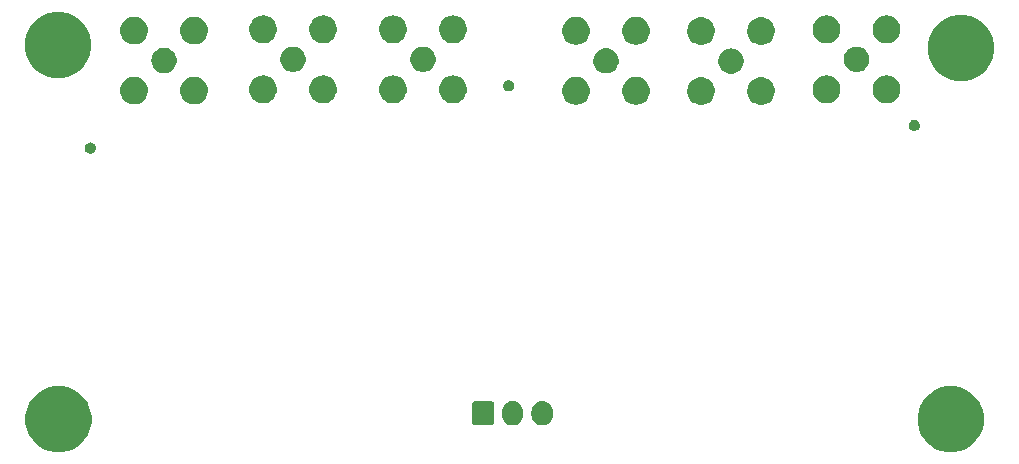
<source format=gbr>
G04 #@! TF.GenerationSoftware,KiCad,Pcbnew,(5.1.2)-2*
G04 #@! TF.CreationDate,2019-07-08T22:36:46+08:00*
G04 #@! TF.ProjectId,General Purpose Op Amp Eval-Board,47656e65-7261-46c2-9050-7572706f7365,rev?*
G04 #@! TF.SameCoordinates,Original*
G04 #@! TF.FileFunction,Soldermask,Bot*
G04 #@! TF.FilePolarity,Negative*
%FSLAX46Y46*%
G04 Gerber Fmt 4.6, Leading zero omitted, Abs format (unit mm)*
G04 Created by KiCad (PCBNEW (5.1.2)-2) date 2019-07-08 22:36:46*
%MOMM*%
%LPD*%
G04 APERTURE LIST*
%ADD10C,0.100000*%
G04 APERTURE END LIST*
D10*
G36*
X171606621Y-120496640D02*
G01*
X172116369Y-120707785D01*
X172116371Y-120707786D01*
X172575134Y-121014321D01*
X172965279Y-121404466D01*
X173255560Y-121838903D01*
X173271815Y-121863231D01*
X173482960Y-122372979D01*
X173590600Y-122914124D01*
X173590600Y-123465876D01*
X173482960Y-124007021D01*
X173271815Y-124516769D01*
X173271814Y-124516771D01*
X172965279Y-124975534D01*
X172575134Y-125365679D01*
X172116371Y-125672214D01*
X172116370Y-125672215D01*
X172116369Y-125672215D01*
X171606621Y-125883360D01*
X171065476Y-125991000D01*
X170513724Y-125991000D01*
X169972579Y-125883360D01*
X169462831Y-125672215D01*
X169462830Y-125672215D01*
X169462829Y-125672214D01*
X169004066Y-125365679D01*
X168613921Y-124975534D01*
X168307386Y-124516771D01*
X168307385Y-124516769D01*
X168096240Y-124007021D01*
X167988600Y-123465876D01*
X167988600Y-122914124D01*
X168096240Y-122372979D01*
X168307385Y-121863231D01*
X168323640Y-121838903D01*
X168613921Y-121404466D01*
X169004066Y-121014321D01*
X169462829Y-120707786D01*
X169462831Y-120707785D01*
X169972579Y-120496640D01*
X170513724Y-120389000D01*
X171065476Y-120389000D01*
X171606621Y-120496640D01*
X171606621Y-120496640D01*
G37*
G36*
X96067021Y-120496640D02*
G01*
X96576769Y-120707785D01*
X96576771Y-120707786D01*
X97035534Y-121014321D01*
X97425679Y-121404466D01*
X97715960Y-121838903D01*
X97732215Y-121863231D01*
X97943360Y-122372979D01*
X98051000Y-122914124D01*
X98051000Y-123465876D01*
X97943360Y-124007021D01*
X97732215Y-124516769D01*
X97732214Y-124516771D01*
X97425679Y-124975534D01*
X97035534Y-125365679D01*
X96576771Y-125672214D01*
X96576770Y-125672215D01*
X96576769Y-125672215D01*
X96067021Y-125883360D01*
X95525876Y-125991000D01*
X94974124Y-125991000D01*
X94432979Y-125883360D01*
X93923231Y-125672215D01*
X93923230Y-125672215D01*
X93923229Y-125672214D01*
X93464466Y-125365679D01*
X93074321Y-124975534D01*
X92767786Y-124516771D01*
X92767785Y-124516769D01*
X92556640Y-124007021D01*
X92449000Y-123465876D01*
X92449000Y-122914124D01*
X92556640Y-122372979D01*
X92767785Y-121863231D01*
X92784040Y-121838903D01*
X93074321Y-121404466D01*
X93464466Y-121014321D01*
X93923229Y-120707786D01*
X93923231Y-120707785D01*
X94432979Y-120496640D01*
X94974124Y-120389000D01*
X95525876Y-120389000D01*
X96067021Y-120496640D01*
X96067021Y-120496640D01*
G37*
G36*
X133867626Y-121669037D02*
G01*
X134037465Y-121720557D01*
X134037467Y-121720558D01*
X134193989Y-121804221D01*
X134331186Y-121916814D01*
X134414448Y-122018271D01*
X134443778Y-122054009D01*
X134527443Y-122210534D01*
X134578963Y-122380373D01*
X134592000Y-122512742D01*
X134592000Y-122851257D01*
X134578963Y-122983626D01*
X134527443Y-123153466D01*
X134443778Y-123309991D01*
X134414448Y-123345729D01*
X134331186Y-123447186D01*
X134236250Y-123525097D01*
X134193991Y-123559778D01*
X134037466Y-123643443D01*
X133867627Y-123694963D01*
X133691000Y-123712359D01*
X133514374Y-123694963D01*
X133344535Y-123643443D01*
X133188010Y-123559778D01*
X133050815Y-123447185D01*
X132938222Y-123309991D01*
X132854557Y-123153466D01*
X132803037Y-122983627D01*
X132790000Y-122851258D01*
X132790000Y-122512743D01*
X132803037Y-122380374D01*
X132854557Y-122210535D01*
X132938222Y-122054010D01*
X132938223Y-122054009D01*
X133050814Y-121916814D01*
X133152271Y-121833552D01*
X133188009Y-121804222D01*
X133344534Y-121720557D01*
X133514373Y-121669037D01*
X133691000Y-121651641D01*
X133867626Y-121669037D01*
X133867626Y-121669037D01*
G37*
G36*
X136367626Y-121669037D02*
G01*
X136537465Y-121720557D01*
X136537467Y-121720558D01*
X136693989Y-121804221D01*
X136831186Y-121916814D01*
X136914448Y-122018271D01*
X136943778Y-122054009D01*
X137027443Y-122210534D01*
X137078963Y-122380373D01*
X137092000Y-122512742D01*
X137092000Y-122851257D01*
X137078963Y-122983626D01*
X137027443Y-123153466D01*
X136943778Y-123309991D01*
X136914448Y-123345729D01*
X136831186Y-123447186D01*
X136736250Y-123525097D01*
X136693991Y-123559778D01*
X136537466Y-123643443D01*
X136367627Y-123694963D01*
X136191000Y-123712359D01*
X136014374Y-123694963D01*
X135844535Y-123643443D01*
X135688010Y-123559778D01*
X135550815Y-123447185D01*
X135438222Y-123309991D01*
X135354557Y-123153466D01*
X135303037Y-122983627D01*
X135290000Y-122851258D01*
X135290000Y-122512743D01*
X135303037Y-122380374D01*
X135354557Y-122210535D01*
X135438222Y-122054010D01*
X135438223Y-122054009D01*
X135550814Y-121916814D01*
X135652271Y-121833552D01*
X135688009Y-121804222D01*
X135844534Y-121720557D01*
X136014373Y-121669037D01*
X136191000Y-121651641D01*
X136367626Y-121669037D01*
X136367626Y-121669037D01*
G37*
G36*
X131949600Y-121659989D02*
G01*
X131982652Y-121670015D01*
X132013103Y-121686292D01*
X132039799Y-121708201D01*
X132061708Y-121734897D01*
X132077985Y-121765348D01*
X132088011Y-121798400D01*
X132092000Y-121838903D01*
X132092000Y-123525097D01*
X132088011Y-123565600D01*
X132077985Y-123598652D01*
X132061708Y-123629103D01*
X132039799Y-123655799D01*
X132013103Y-123677708D01*
X131982652Y-123693985D01*
X131949600Y-123704011D01*
X131909097Y-123708000D01*
X130472903Y-123708000D01*
X130432400Y-123704011D01*
X130399348Y-123693985D01*
X130368897Y-123677708D01*
X130342201Y-123655799D01*
X130320292Y-123629103D01*
X130304015Y-123598652D01*
X130293989Y-123565600D01*
X130290000Y-123525097D01*
X130290000Y-121838903D01*
X130293989Y-121798400D01*
X130304015Y-121765348D01*
X130320292Y-121734897D01*
X130342201Y-121708201D01*
X130368897Y-121686292D01*
X130399348Y-121670015D01*
X130432400Y-121659989D01*
X130472903Y-121656000D01*
X131909097Y-121656000D01*
X131949600Y-121659989D01*
X131949600Y-121659989D01*
G37*
G36*
X98081243Y-99770692D02*
G01*
X98131988Y-99791711D01*
X98167870Y-99806574D01*
X98245832Y-99858667D01*
X98312133Y-99924968D01*
X98364226Y-100002930D01*
X98364226Y-100002931D01*
X98400108Y-100089557D01*
X98418400Y-100181517D01*
X98418400Y-100275283D01*
X98400108Y-100367243D01*
X98379089Y-100417988D01*
X98364226Y-100453870D01*
X98312133Y-100531832D01*
X98245832Y-100598133D01*
X98167870Y-100650226D01*
X98131988Y-100665089D01*
X98081243Y-100686108D01*
X97989283Y-100704400D01*
X97895517Y-100704400D01*
X97803557Y-100686108D01*
X97752812Y-100665089D01*
X97716930Y-100650226D01*
X97638968Y-100598133D01*
X97572667Y-100531832D01*
X97520574Y-100453870D01*
X97505711Y-100417988D01*
X97484692Y-100367243D01*
X97466400Y-100275283D01*
X97466400Y-100181517D01*
X97484692Y-100089557D01*
X97520574Y-100002931D01*
X97520574Y-100002930D01*
X97572667Y-99924968D01*
X97638968Y-99858667D01*
X97716930Y-99806574D01*
X97752812Y-99791711D01*
X97803557Y-99770692D01*
X97895517Y-99752400D01*
X97989283Y-99752400D01*
X98081243Y-99770692D01*
X98081243Y-99770692D01*
G37*
G36*
X167829643Y-97840292D02*
G01*
X167880388Y-97861311D01*
X167916270Y-97876174D01*
X167994232Y-97928267D01*
X168060533Y-97994568D01*
X168112626Y-98072530D01*
X168112626Y-98072531D01*
X168148508Y-98159157D01*
X168166800Y-98251117D01*
X168166800Y-98344883D01*
X168148508Y-98436843D01*
X168127489Y-98487588D01*
X168112626Y-98523470D01*
X168060533Y-98601432D01*
X167994232Y-98667733D01*
X167916270Y-98719826D01*
X167880388Y-98734689D01*
X167829643Y-98755708D01*
X167737683Y-98774000D01*
X167643917Y-98774000D01*
X167551957Y-98755708D01*
X167501212Y-98734689D01*
X167465330Y-98719826D01*
X167387368Y-98667733D01*
X167321067Y-98601432D01*
X167268974Y-98523470D01*
X167254111Y-98487588D01*
X167233092Y-98436843D01*
X167214800Y-98344883D01*
X167214800Y-98251117D01*
X167233092Y-98159157D01*
X167268974Y-98072531D01*
X167268974Y-98072530D01*
X167321067Y-97994568D01*
X167387368Y-97928267D01*
X167465330Y-97876174D01*
X167501212Y-97861311D01*
X167551957Y-97840292D01*
X167643917Y-97822000D01*
X167737683Y-97822000D01*
X167829643Y-97840292D01*
X167829643Y-97840292D01*
G37*
G36*
X154928360Y-94241464D02*
G01*
X155079827Y-94271593D01*
X155293845Y-94360242D01*
X155293846Y-94360243D01*
X155486454Y-94488939D01*
X155650261Y-94652746D01*
X155736058Y-94781151D01*
X155778958Y-94845355D01*
X155867607Y-95059373D01*
X155882486Y-95134174D01*
X155907748Y-95261173D01*
X155912800Y-95286574D01*
X155912800Y-95518226D01*
X155867607Y-95745427D01*
X155778958Y-95959445D01*
X155778957Y-95959446D01*
X155650261Y-96152054D01*
X155486454Y-96315861D01*
X155389255Y-96380807D01*
X155293845Y-96444558D01*
X155079827Y-96533207D01*
X154928360Y-96563336D01*
X154852627Y-96578400D01*
X154620973Y-96578400D01*
X154545240Y-96563336D01*
X154393773Y-96533207D01*
X154179755Y-96444558D01*
X154084345Y-96380807D01*
X153987146Y-96315861D01*
X153823339Y-96152054D01*
X153694643Y-95959446D01*
X153694642Y-95959445D01*
X153605993Y-95745427D01*
X153560800Y-95518226D01*
X153560800Y-95286574D01*
X153565853Y-95261173D01*
X153591114Y-95134174D01*
X153605993Y-95059373D01*
X153694642Y-94845355D01*
X153737542Y-94781151D01*
X153823339Y-94652746D01*
X153987146Y-94488939D01*
X154179754Y-94360243D01*
X154179755Y-94360242D01*
X154393773Y-94271593D01*
X154545240Y-94241464D01*
X154620973Y-94226400D01*
X154852627Y-94226400D01*
X154928360Y-94241464D01*
X154928360Y-94241464D01*
G37*
G36*
X149848360Y-94241464D02*
G01*
X149999827Y-94271593D01*
X150213845Y-94360242D01*
X150213846Y-94360243D01*
X150406454Y-94488939D01*
X150570261Y-94652746D01*
X150656058Y-94781151D01*
X150698958Y-94845355D01*
X150787607Y-95059373D01*
X150802486Y-95134174D01*
X150827748Y-95261173D01*
X150832800Y-95286574D01*
X150832800Y-95518226D01*
X150787607Y-95745427D01*
X150698958Y-95959445D01*
X150698957Y-95959446D01*
X150570261Y-96152054D01*
X150406454Y-96315861D01*
X150309255Y-96380807D01*
X150213845Y-96444558D01*
X149999827Y-96533207D01*
X149848360Y-96563336D01*
X149772627Y-96578400D01*
X149540973Y-96578400D01*
X149465240Y-96563336D01*
X149313773Y-96533207D01*
X149099755Y-96444558D01*
X149004345Y-96380807D01*
X148907146Y-96315861D01*
X148743339Y-96152054D01*
X148614643Y-95959446D01*
X148614642Y-95959445D01*
X148525993Y-95745427D01*
X148480800Y-95518226D01*
X148480800Y-95286574D01*
X148485853Y-95261173D01*
X148511114Y-95134174D01*
X148525993Y-95059373D01*
X148614642Y-94845355D01*
X148657542Y-94781151D01*
X148743339Y-94652746D01*
X148907146Y-94488939D01*
X149099754Y-94360243D01*
X149099755Y-94360242D01*
X149313773Y-94271593D01*
X149465240Y-94241464D01*
X149540973Y-94226400D01*
X149772627Y-94226400D01*
X149848360Y-94241464D01*
X149848360Y-94241464D01*
G37*
G36*
X139256560Y-94216064D02*
G01*
X139408027Y-94246193D01*
X139622045Y-94334842D01*
X139660060Y-94360243D01*
X139814654Y-94463539D01*
X139978461Y-94627346D01*
X140022299Y-94692955D01*
X140107158Y-94819955D01*
X140195807Y-95033973D01*
X140215738Y-95134173D01*
X140241000Y-95261173D01*
X140241000Y-95492827D01*
X140225936Y-95568560D01*
X140195807Y-95720027D01*
X140107158Y-95934045D01*
X140064258Y-95998249D01*
X139978461Y-96126654D01*
X139814654Y-96290461D01*
X139686249Y-96376258D01*
X139622045Y-96419158D01*
X139408027Y-96507807D01*
X139280332Y-96533207D01*
X139180827Y-96553000D01*
X138949173Y-96553000D01*
X138849668Y-96533207D01*
X138721973Y-96507807D01*
X138507955Y-96419158D01*
X138443751Y-96376258D01*
X138315346Y-96290461D01*
X138151539Y-96126654D01*
X138065742Y-95998249D01*
X138022842Y-95934045D01*
X137934193Y-95720027D01*
X137904064Y-95568560D01*
X137889000Y-95492827D01*
X137889000Y-95261173D01*
X137914262Y-95134173D01*
X137934193Y-95033973D01*
X138022842Y-94819955D01*
X138107701Y-94692955D01*
X138151539Y-94627346D01*
X138315346Y-94463539D01*
X138469940Y-94360243D01*
X138507955Y-94334842D01*
X138721973Y-94246193D01*
X138873440Y-94216064D01*
X138949173Y-94201000D01*
X139180827Y-94201000D01*
X139256560Y-94216064D01*
X139256560Y-94216064D01*
G37*
G36*
X144336560Y-94216064D02*
G01*
X144488027Y-94246193D01*
X144702045Y-94334842D01*
X144740060Y-94360243D01*
X144894654Y-94463539D01*
X145058461Y-94627346D01*
X145102299Y-94692955D01*
X145187158Y-94819955D01*
X145275807Y-95033973D01*
X145295738Y-95134173D01*
X145321000Y-95261173D01*
X145321000Y-95492827D01*
X145305936Y-95568560D01*
X145275807Y-95720027D01*
X145187158Y-95934045D01*
X145144258Y-95998249D01*
X145058461Y-96126654D01*
X144894654Y-96290461D01*
X144766249Y-96376258D01*
X144702045Y-96419158D01*
X144488027Y-96507807D01*
X144360332Y-96533207D01*
X144260827Y-96553000D01*
X144029173Y-96553000D01*
X143929668Y-96533207D01*
X143801973Y-96507807D01*
X143587955Y-96419158D01*
X143523751Y-96376258D01*
X143395346Y-96290461D01*
X143231539Y-96126654D01*
X143145742Y-95998249D01*
X143102842Y-95934045D01*
X143014193Y-95720027D01*
X142984064Y-95568560D01*
X142969000Y-95492827D01*
X142969000Y-95261173D01*
X142994262Y-95134173D01*
X143014193Y-95033973D01*
X143102842Y-94819955D01*
X143187701Y-94692955D01*
X143231539Y-94627346D01*
X143395346Y-94463539D01*
X143549940Y-94360243D01*
X143587955Y-94334842D01*
X143801973Y-94246193D01*
X143953440Y-94216064D01*
X144029173Y-94201000D01*
X144260827Y-94201000D01*
X144336560Y-94216064D01*
X144336560Y-94216064D01*
G37*
G36*
X106922360Y-94190664D02*
G01*
X107073827Y-94220793D01*
X107287845Y-94309442D01*
X107325860Y-94334843D01*
X107480454Y-94438139D01*
X107644261Y-94601946D01*
X107670869Y-94641768D01*
X107772958Y-94794555D01*
X107861607Y-95008573D01*
X107891736Y-95160040D01*
X107906800Y-95235773D01*
X107906800Y-95467427D01*
X107896695Y-95518226D01*
X107861607Y-95694627D01*
X107772958Y-95908645D01*
X107739014Y-95959445D01*
X107644261Y-96101254D01*
X107480454Y-96265061D01*
X107439900Y-96292158D01*
X107287845Y-96393758D01*
X107073827Y-96482407D01*
X106946132Y-96507807D01*
X106846627Y-96527600D01*
X106614973Y-96527600D01*
X106515468Y-96507807D01*
X106387773Y-96482407D01*
X106173755Y-96393758D01*
X106021700Y-96292158D01*
X105981146Y-96265061D01*
X105817339Y-96101254D01*
X105722586Y-95959445D01*
X105688642Y-95908645D01*
X105599993Y-95694627D01*
X105564905Y-95518226D01*
X105554800Y-95467427D01*
X105554800Y-95235773D01*
X105569864Y-95160040D01*
X105599993Y-95008573D01*
X105688642Y-94794555D01*
X105790731Y-94641768D01*
X105817339Y-94601946D01*
X105981146Y-94438139D01*
X106135740Y-94334843D01*
X106173755Y-94309442D01*
X106387773Y-94220793D01*
X106539240Y-94190664D01*
X106614973Y-94175600D01*
X106846627Y-94175600D01*
X106922360Y-94190664D01*
X106922360Y-94190664D01*
G37*
G36*
X101842360Y-94190664D02*
G01*
X101993827Y-94220793D01*
X102207845Y-94309442D01*
X102245860Y-94334843D01*
X102400454Y-94438139D01*
X102564261Y-94601946D01*
X102590869Y-94641768D01*
X102692958Y-94794555D01*
X102781607Y-95008573D01*
X102811736Y-95160040D01*
X102826800Y-95235773D01*
X102826800Y-95467427D01*
X102816695Y-95518226D01*
X102781607Y-95694627D01*
X102692958Y-95908645D01*
X102659014Y-95959445D01*
X102564261Y-96101254D01*
X102400454Y-96265061D01*
X102359900Y-96292158D01*
X102207845Y-96393758D01*
X101993827Y-96482407D01*
X101866132Y-96507807D01*
X101766627Y-96527600D01*
X101534973Y-96527600D01*
X101435468Y-96507807D01*
X101307773Y-96482407D01*
X101093755Y-96393758D01*
X100941700Y-96292158D01*
X100901146Y-96265061D01*
X100737339Y-96101254D01*
X100642586Y-95959445D01*
X100608642Y-95908645D01*
X100519993Y-95694627D01*
X100484905Y-95518226D01*
X100474800Y-95467427D01*
X100474800Y-95235773D01*
X100489864Y-95160040D01*
X100519993Y-95008573D01*
X100608642Y-94794555D01*
X100710731Y-94641768D01*
X100737339Y-94601946D01*
X100901146Y-94438139D01*
X101055740Y-94334843D01*
X101093755Y-94309442D01*
X101307773Y-94220793D01*
X101459240Y-94190664D01*
X101534973Y-94175600D01*
X101766627Y-94175600D01*
X101842360Y-94190664D01*
X101842360Y-94190664D01*
G37*
G36*
X112764360Y-94089064D02*
G01*
X112915827Y-94119193D01*
X113129845Y-94207842D01*
X113129846Y-94207843D01*
X113322454Y-94336539D01*
X113486261Y-94500346D01*
X113516632Y-94545800D01*
X113614958Y-94692955D01*
X113703607Y-94906973D01*
X113703607Y-94906975D01*
X113748800Y-95134173D01*
X113748800Y-95365827D01*
X113733736Y-95441560D01*
X113703607Y-95593027D01*
X113614958Y-95807045D01*
X113614957Y-95807046D01*
X113486261Y-95999654D01*
X113322454Y-96163461D01*
X113194049Y-96249258D01*
X113129845Y-96292158D01*
X112915827Y-96380807D01*
X112764360Y-96410936D01*
X112688627Y-96426000D01*
X112456973Y-96426000D01*
X112381240Y-96410936D01*
X112229773Y-96380807D01*
X112015755Y-96292158D01*
X111951551Y-96249258D01*
X111823146Y-96163461D01*
X111659339Y-95999654D01*
X111530643Y-95807046D01*
X111530642Y-95807045D01*
X111441993Y-95593027D01*
X111411864Y-95441560D01*
X111396800Y-95365827D01*
X111396800Y-95134173D01*
X111441993Y-94906975D01*
X111441993Y-94906973D01*
X111530642Y-94692955D01*
X111628968Y-94545800D01*
X111659339Y-94500346D01*
X111823146Y-94336539D01*
X112015754Y-94207843D01*
X112015755Y-94207842D01*
X112229773Y-94119193D01*
X112381240Y-94089064D01*
X112456973Y-94074000D01*
X112688627Y-94074000D01*
X112764360Y-94089064D01*
X112764360Y-94089064D01*
G37*
G36*
X165545560Y-94089064D02*
G01*
X165697027Y-94119193D01*
X165911045Y-94207842D01*
X165911046Y-94207843D01*
X166103654Y-94336539D01*
X166267461Y-94500346D01*
X166297832Y-94545800D01*
X166396158Y-94692955D01*
X166484807Y-94906973D01*
X166484807Y-94906975D01*
X166530000Y-95134173D01*
X166530000Y-95365827D01*
X166514936Y-95441560D01*
X166484807Y-95593027D01*
X166396158Y-95807045D01*
X166396157Y-95807046D01*
X166267461Y-95999654D01*
X166103654Y-96163461D01*
X165975249Y-96249258D01*
X165911045Y-96292158D01*
X165697027Y-96380807D01*
X165545560Y-96410936D01*
X165469827Y-96426000D01*
X165238173Y-96426000D01*
X165162440Y-96410936D01*
X165010973Y-96380807D01*
X164796955Y-96292158D01*
X164732751Y-96249258D01*
X164604346Y-96163461D01*
X164440539Y-95999654D01*
X164311843Y-95807046D01*
X164311842Y-95807045D01*
X164223193Y-95593027D01*
X164193064Y-95441560D01*
X164178000Y-95365827D01*
X164178000Y-95134173D01*
X164223193Y-94906975D01*
X164223193Y-94906973D01*
X164311842Y-94692955D01*
X164410168Y-94545800D01*
X164440539Y-94500346D01*
X164604346Y-94336539D01*
X164796954Y-94207843D01*
X164796955Y-94207842D01*
X165010973Y-94119193D01*
X165162440Y-94089064D01*
X165238173Y-94074000D01*
X165469827Y-94074000D01*
X165545560Y-94089064D01*
X165545560Y-94089064D01*
G37*
G36*
X128842560Y-94089064D02*
G01*
X128994027Y-94119193D01*
X129208045Y-94207842D01*
X129208046Y-94207843D01*
X129400654Y-94336539D01*
X129564461Y-94500346D01*
X129594832Y-94545800D01*
X129693158Y-94692955D01*
X129781807Y-94906973D01*
X129781807Y-94906975D01*
X129827000Y-95134173D01*
X129827000Y-95365827D01*
X129811936Y-95441560D01*
X129781807Y-95593027D01*
X129693158Y-95807045D01*
X129693157Y-95807046D01*
X129564461Y-95999654D01*
X129400654Y-96163461D01*
X129272249Y-96249258D01*
X129208045Y-96292158D01*
X128994027Y-96380807D01*
X128842560Y-96410936D01*
X128766827Y-96426000D01*
X128535173Y-96426000D01*
X128459440Y-96410936D01*
X128307973Y-96380807D01*
X128093955Y-96292158D01*
X128029751Y-96249258D01*
X127901346Y-96163461D01*
X127737539Y-95999654D01*
X127608843Y-95807046D01*
X127608842Y-95807045D01*
X127520193Y-95593027D01*
X127490064Y-95441560D01*
X127475000Y-95365827D01*
X127475000Y-95134173D01*
X127520193Y-94906975D01*
X127520193Y-94906973D01*
X127608842Y-94692955D01*
X127707168Y-94545800D01*
X127737539Y-94500346D01*
X127901346Y-94336539D01*
X128093954Y-94207843D01*
X128093955Y-94207842D01*
X128307973Y-94119193D01*
X128459440Y-94089064D01*
X128535173Y-94074000D01*
X128766827Y-94074000D01*
X128842560Y-94089064D01*
X128842560Y-94089064D01*
G37*
G36*
X123762560Y-94089064D02*
G01*
X123914027Y-94119193D01*
X124128045Y-94207842D01*
X124128046Y-94207843D01*
X124320654Y-94336539D01*
X124484461Y-94500346D01*
X124514832Y-94545800D01*
X124613158Y-94692955D01*
X124701807Y-94906973D01*
X124701807Y-94906975D01*
X124747000Y-95134173D01*
X124747000Y-95365827D01*
X124731936Y-95441560D01*
X124701807Y-95593027D01*
X124613158Y-95807045D01*
X124613157Y-95807046D01*
X124484461Y-95999654D01*
X124320654Y-96163461D01*
X124192249Y-96249258D01*
X124128045Y-96292158D01*
X123914027Y-96380807D01*
X123762560Y-96410936D01*
X123686827Y-96426000D01*
X123455173Y-96426000D01*
X123379440Y-96410936D01*
X123227973Y-96380807D01*
X123013955Y-96292158D01*
X122949751Y-96249258D01*
X122821346Y-96163461D01*
X122657539Y-95999654D01*
X122528843Y-95807046D01*
X122528842Y-95807045D01*
X122440193Y-95593027D01*
X122410064Y-95441560D01*
X122395000Y-95365827D01*
X122395000Y-95134173D01*
X122440193Y-94906975D01*
X122440193Y-94906973D01*
X122528842Y-94692955D01*
X122627168Y-94545800D01*
X122657539Y-94500346D01*
X122821346Y-94336539D01*
X123013954Y-94207843D01*
X123013955Y-94207842D01*
X123227973Y-94119193D01*
X123379440Y-94089064D01*
X123455173Y-94074000D01*
X123686827Y-94074000D01*
X123762560Y-94089064D01*
X123762560Y-94089064D01*
G37*
G36*
X160465560Y-94089064D02*
G01*
X160617027Y-94119193D01*
X160831045Y-94207842D01*
X160831046Y-94207843D01*
X161023654Y-94336539D01*
X161187461Y-94500346D01*
X161217832Y-94545800D01*
X161316158Y-94692955D01*
X161404807Y-94906973D01*
X161404807Y-94906975D01*
X161450000Y-95134173D01*
X161450000Y-95365827D01*
X161434936Y-95441560D01*
X161404807Y-95593027D01*
X161316158Y-95807045D01*
X161316157Y-95807046D01*
X161187461Y-95999654D01*
X161023654Y-96163461D01*
X160895249Y-96249258D01*
X160831045Y-96292158D01*
X160617027Y-96380807D01*
X160465560Y-96410936D01*
X160389827Y-96426000D01*
X160158173Y-96426000D01*
X160082440Y-96410936D01*
X159930973Y-96380807D01*
X159716955Y-96292158D01*
X159652751Y-96249258D01*
X159524346Y-96163461D01*
X159360539Y-95999654D01*
X159231843Y-95807046D01*
X159231842Y-95807045D01*
X159143193Y-95593027D01*
X159113064Y-95441560D01*
X159098000Y-95365827D01*
X159098000Y-95134173D01*
X159143193Y-94906975D01*
X159143193Y-94906973D01*
X159231842Y-94692955D01*
X159330168Y-94545800D01*
X159360539Y-94500346D01*
X159524346Y-94336539D01*
X159716954Y-94207843D01*
X159716955Y-94207842D01*
X159930973Y-94119193D01*
X160082440Y-94089064D01*
X160158173Y-94074000D01*
X160389827Y-94074000D01*
X160465560Y-94089064D01*
X160465560Y-94089064D01*
G37*
G36*
X117844360Y-94089064D02*
G01*
X117995827Y-94119193D01*
X118209845Y-94207842D01*
X118209846Y-94207843D01*
X118402454Y-94336539D01*
X118566261Y-94500346D01*
X118596632Y-94545800D01*
X118694958Y-94692955D01*
X118783607Y-94906973D01*
X118783607Y-94906975D01*
X118828800Y-95134173D01*
X118828800Y-95365827D01*
X118813736Y-95441560D01*
X118783607Y-95593027D01*
X118694958Y-95807045D01*
X118694957Y-95807046D01*
X118566261Y-95999654D01*
X118402454Y-96163461D01*
X118274049Y-96249258D01*
X118209845Y-96292158D01*
X117995827Y-96380807D01*
X117844360Y-96410936D01*
X117768627Y-96426000D01*
X117536973Y-96426000D01*
X117461240Y-96410936D01*
X117309773Y-96380807D01*
X117095755Y-96292158D01*
X117031551Y-96249258D01*
X116903146Y-96163461D01*
X116739339Y-95999654D01*
X116610643Y-95807046D01*
X116610642Y-95807045D01*
X116521993Y-95593027D01*
X116491864Y-95441560D01*
X116476800Y-95365827D01*
X116476800Y-95134173D01*
X116521993Y-94906975D01*
X116521993Y-94906973D01*
X116610642Y-94692955D01*
X116708968Y-94545800D01*
X116739339Y-94500346D01*
X116903146Y-94336539D01*
X117095754Y-94207843D01*
X117095755Y-94207842D01*
X117309773Y-94119193D01*
X117461240Y-94089064D01*
X117536973Y-94074000D01*
X117768627Y-94074000D01*
X117844360Y-94089064D01*
X117844360Y-94089064D01*
G37*
G36*
X133488843Y-94487492D02*
G01*
X133539588Y-94508511D01*
X133575470Y-94523374D01*
X133653432Y-94575467D01*
X133719733Y-94641768D01*
X133771826Y-94719730D01*
X133771826Y-94719731D01*
X133807708Y-94806357D01*
X133826000Y-94898317D01*
X133826000Y-94992083D01*
X133807708Y-95084043D01*
X133786943Y-95134173D01*
X133771826Y-95170670D01*
X133719733Y-95248632D01*
X133653432Y-95314933D01*
X133575470Y-95367026D01*
X133539588Y-95381889D01*
X133488843Y-95402908D01*
X133396883Y-95421200D01*
X133303117Y-95421200D01*
X133211157Y-95402908D01*
X133160412Y-95381889D01*
X133124530Y-95367026D01*
X133046568Y-95314933D01*
X132980267Y-95248632D01*
X132928174Y-95170670D01*
X132913057Y-95134173D01*
X132892292Y-95084043D01*
X132874000Y-94992083D01*
X132874000Y-94898317D01*
X132892292Y-94806357D01*
X132928174Y-94719731D01*
X132928174Y-94719730D01*
X132980267Y-94641768D01*
X133046568Y-94575467D01*
X133124530Y-94523374D01*
X133160412Y-94508511D01*
X133211157Y-94487492D01*
X133303117Y-94469200D01*
X133396883Y-94469200D01*
X133488843Y-94487492D01*
X133488843Y-94487492D01*
G37*
G36*
X172470221Y-89051440D02*
G01*
X172979969Y-89262585D01*
X172979971Y-89262586D01*
X173438734Y-89569121D01*
X173828879Y-89959266D01*
X174114966Y-90387427D01*
X174135415Y-90418031D01*
X174346560Y-90927779D01*
X174454200Y-91468924D01*
X174454200Y-92020676D01*
X174346560Y-92561821D01*
X174135415Y-93071569D01*
X174135414Y-93071571D01*
X173828879Y-93530334D01*
X173438734Y-93920479D01*
X172979971Y-94227014D01*
X172979970Y-94227015D01*
X172979969Y-94227015D01*
X172470221Y-94438160D01*
X171929076Y-94545800D01*
X171377324Y-94545800D01*
X170836179Y-94438160D01*
X170326431Y-94227015D01*
X170326430Y-94227015D01*
X170326429Y-94227014D01*
X169867666Y-93920479D01*
X169477521Y-93530334D01*
X169170986Y-93071571D01*
X169170985Y-93071569D01*
X168959840Y-92561821D01*
X168852200Y-92020676D01*
X168852200Y-91468924D01*
X168959840Y-90927779D01*
X169170985Y-90418031D01*
X169191434Y-90387427D01*
X169477521Y-89959266D01*
X169867666Y-89569121D01*
X170326429Y-89262586D01*
X170326431Y-89262585D01*
X170836179Y-89051440D01*
X171377324Y-88943800D01*
X171929076Y-88943800D01*
X172470221Y-89051440D01*
X172470221Y-89051440D01*
G37*
G36*
X96016221Y-88797440D02*
G01*
X96525969Y-89008585D01*
X96525971Y-89008586D01*
X96984734Y-89315121D01*
X97374879Y-89705266D01*
X97675898Y-90155774D01*
X97681415Y-90164031D01*
X97892560Y-90673779D01*
X98000200Y-91214924D01*
X98000200Y-91766676D01*
X97892560Y-92307821D01*
X97682074Y-92815977D01*
X97681414Y-92817571D01*
X97374879Y-93276334D01*
X96984734Y-93666479D01*
X96525971Y-93973014D01*
X96525970Y-93973015D01*
X96525969Y-93973015D01*
X96016221Y-94184160D01*
X95475076Y-94291800D01*
X94923324Y-94291800D01*
X94382179Y-94184160D01*
X93872431Y-93973015D01*
X93872430Y-93973015D01*
X93872429Y-93973014D01*
X93413666Y-93666479D01*
X93023521Y-93276334D01*
X92716986Y-92817571D01*
X92716326Y-92815977D01*
X92505840Y-92307821D01*
X92398200Y-91766676D01*
X92398200Y-91214924D01*
X92505840Y-90673779D01*
X92716985Y-90164031D01*
X92722502Y-90155774D01*
X93023521Y-89705266D01*
X93413666Y-89315121D01*
X93872429Y-89008586D01*
X93872431Y-89008585D01*
X94382179Y-88797440D01*
X94923324Y-88689800D01*
X95475076Y-88689800D01*
X96016221Y-88797440D01*
X96016221Y-88797440D01*
G37*
G36*
X152372071Y-91800183D02*
G01*
X152510658Y-91827750D01*
X152706477Y-91908861D01*
X152882710Y-92026616D01*
X153032584Y-92176490D01*
X153150339Y-92352723D01*
X153231450Y-92548542D01*
X153242486Y-92604023D01*
X153267748Y-92731022D01*
X153272800Y-92756423D01*
X153272800Y-92968377D01*
X153231450Y-93176258D01*
X153150339Y-93372077D01*
X153032584Y-93548310D01*
X152882710Y-93698184D01*
X152706477Y-93815939D01*
X152510658Y-93897050D01*
X152392872Y-93920479D01*
X152302778Y-93938400D01*
X152090822Y-93938400D01*
X152000728Y-93920479D01*
X151882942Y-93897050D01*
X151687123Y-93815939D01*
X151510890Y-93698184D01*
X151361016Y-93548310D01*
X151243261Y-93372077D01*
X151162150Y-93176258D01*
X151120800Y-92968377D01*
X151120800Y-92756423D01*
X151125853Y-92731022D01*
X151151114Y-92604023D01*
X151162150Y-92548542D01*
X151243261Y-92352723D01*
X151361016Y-92176490D01*
X151510890Y-92026616D01*
X151687123Y-91908861D01*
X151882942Y-91827750D01*
X152021529Y-91800183D01*
X152090822Y-91786400D01*
X152302778Y-91786400D01*
X152372071Y-91800183D01*
X152372071Y-91800183D01*
G37*
G36*
X141780271Y-91774783D02*
G01*
X141918858Y-91802350D01*
X142114677Y-91883461D01*
X142290910Y-92001216D01*
X142440784Y-92151090D01*
X142558539Y-92327323D01*
X142639650Y-92523142D01*
X142647344Y-92561822D01*
X142681000Y-92731022D01*
X142681000Y-92942978D01*
X142667217Y-93012271D01*
X142639650Y-93150858D01*
X142558539Y-93346677D01*
X142440784Y-93522910D01*
X142290910Y-93672784D01*
X142114677Y-93790539D01*
X141918858Y-93871650D01*
X141791163Y-93897050D01*
X141710978Y-93913000D01*
X141499022Y-93913000D01*
X141418837Y-93897050D01*
X141291142Y-93871650D01*
X141095323Y-93790539D01*
X140919090Y-93672784D01*
X140769216Y-93522910D01*
X140651461Y-93346677D01*
X140570350Y-93150858D01*
X140542783Y-93012271D01*
X140529000Y-92942978D01*
X140529000Y-92731022D01*
X140562656Y-92561822D01*
X140570350Y-92523142D01*
X140651461Y-92327323D01*
X140769216Y-92151090D01*
X140919090Y-92001216D01*
X141095323Y-91883461D01*
X141291142Y-91802350D01*
X141429729Y-91774783D01*
X141499022Y-91761000D01*
X141710978Y-91761000D01*
X141780271Y-91774783D01*
X141780271Y-91774783D01*
G37*
G36*
X104366071Y-91749383D02*
G01*
X104504658Y-91776950D01*
X104700477Y-91858061D01*
X104876710Y-91975816D01*
X105026584Y-92125690D01*
X105144339Y-92301923D01*
X105225450Y-92497742D01*
X105253017Y-92636329D01*
X105266800Y-92705622D01*
X105266800Y-92917578D01*
X105256695Y-92968377D01*
X105225450Y-93125458D01*
X105144339Y-93321277D01*
X105026584Y-93497510D01*
X104876710Y-93647384D01*
X104700477Y-93765139D01*
X104504658Y-93846250D01*
X104376963Y-93871650D01*
X104296778Y-93887600D01*
X104084822Y-93887600D01*
X104004637Y-93871650D01*
X103876942Y-93846250D01*
X103681123Y-93765139D01*
X103504890Y-93647384D01*
X103355016Y-93497510D01*
X103237261Y-93321277D01*
X103156150Y-93125458D01*
X103124905Y-92968377D01*
X103114800Y-92917578D01*
X103114800Y-92705622D01*
X103128583Y-92636329D01*
X103156150Y-92497742D01*
X103237261Y-92301923D01*
X103355016Y-92125690D01*
X103504890Y-91975816D01*
X103681123Y-91858061D01*
X103876942Y-91776950D01*
X104015529Y-91749383D01*
X104084822Y-91735600D01*
X104296778Y-91735600D01*
X104366071Y-91749383D01*
X104366071Y-91749383D01*
G37*
G36*
X126286271Y-91647783D02*
G01*
X126424858Y-91675350D01*
X126620677Y-91756461D01*
X126796910Y-91874216D01*
X126946784Y-92024090D01*
X127064539Y-92200323D01*
X127145650Y-92396142D01*
X127145650Y-92396144D01*
X127187000Y-92604022D01*
X127187000Y-92815978D01*
X127186683Y-92817571D01*
X127145650Y-93023858D01*
X127064539Y-93219677D01*
X126946784Y-93395910D01*
X126796910Y-93545784D01*
X126620677Y-93663539D01*
X126424858Y-93744650D01*
X126286271Y-93772217D01*
X126216978Y-93786000D01*
X126005022Y-93786000D01*
X125935729Y-93772217D01*
X125797142Y-93744650D01*
X125601323Y-93663539D01*
X125425090Y-93545784D01*
X125275216Y-93395910D01*
X125157461Y-93219677D01*
X125076350Y-93023858D01*
X125035317Y-92817571D01*
X125035000Y-92815978D01*
X125035000Y-92604022D01*
X125076350Y-92396144D01*
X125076350Y-92396142D01*
X125157461Y-92200323D01*
X125275216Y-92024090D01*
X125425090Y-91874216D01*
X125601323Y-91756461D01*
X125797142Y-91675350D01*
X125935729Y-91647783D01*
X126005022Y-91634000D01*
X126216978Y-91634000D01*
X126286271Y-91647783D01*
X126286271Y-91647783D01*
G37*
G36*
X162989271Y-91647783D02*
G01*
X163127858Y-91675350D01*
X163323677Y-91756461D01*
X163499910Y-91874216D01*
X163649784Y-92024090D01*
X163767539Y-92200323D01*
X163848650Y-92396142D01*
X163848650Y-92396144D01*
X163890000Y-92604022D01*
X163890000Y-92815978D01*
X163889683Y-92817571D01*
X163848650Y-93023858D01*
X163767539Y-93219677D01*
X163649784Y-93395910D01*
X163499910Y-93545784D01*
X163323677Y-93663539D01*
X163127858Y-93744650D01*
X162989271Y-93772217D01*
X162919978Y-93786000D01*
X162708022Y-93786000D01*
X162638729Y-93772217D01*
X162500142Y-93744650D01*
X162304323Y-93663539D01*
X162128090Y-93545784D01*
X161978216Y-93395910D01*
X161860461Y-93219677D01*
X161779350Y-93023858D01*
X161738317Y-92817571D01*
X161738000Y-92815978D01*
X161738000Y-92604022D01*
X161779350Y-92396144D01*
X161779350Y-92396142D01*
X161860461Y-92200323D01*
X161978216Y-92024090D01*
X162128090Y-91874216D01*
X162304323Y-91756461D01*
X162500142Y-91675350D01*
X162638729Y-91647783D01*
X162708022Y-91634000D01*
X162919978Y-91634000D01*
X162989271Y-91647783D01*
X162989271Y-91647783D01*
G37*
G36*
X115288071Y-91647783D02*
G01*
X115426658Y-91675350D01*
X115622477Y-91756461D01*
X115798710Y-91874216D01*
X115948584Y-92024090D01*
X116066339Y-92200323D01*
X116147450Y-92396142D01*
X116147450Y-92396144D01*
X116188800Y-92604022D01*
X116188800Y-92815978D01*
X116188483Y-92817571D01*
X116147450Y-93023858D01*
X116066339Y-93219677D01*
X115948584Y-93395910D01*
X115798710Y-93545784D01*
X115622477Y-93663539D01*
X115426658Y-93744650D01*
X115288071Y-93772217D01*
X115218778Y-93786000D01*
X115006822Y-93786000D01*
X114937529Y-93772217D01*
X114798942Y-93744650D01*
X114603123Y-93663539D01*
X114426890Y-93545784D01*
X114277016Y-93395910D01*
X114159261Y-93219677D01*
X114078150Y-93023858D01*
X114037117Y-92817571D01*
X114036800Y-92815978D01*
X114036800Y-92604022D01*
X114078150Y-92396144D01*
X114078150Y-92396142D01*
X114159261Y-92200323D01*
X114277016Y-92024090D01*
X114426890Y-91874216D01*
X114603123Y-91756461D01*
X114798942Y-91675350D01*
X114937529Y-91647783D01*
X115006822Y-91634000D01*
X115218778Y-91634000D01*
X115288071Y-91647783D01*
X115288071Y-91647783D01*
G37*
G36*
X154928360Y-89161464D02*
G01*
X155079827Y-89191593D01*
X155293845Y-89280242D01*
X155293846Y-89280243D01*
X155486454Y-89408939D01*
X155650261Y-89572746D01*
X155736058Y-89701151D01*
X155778958Y-89765355D01*
X155867607Y-89979373D01*
X155882486Y-90054174D01*
X155907748Y-90181173D01*
X155912800Y-90206574D01*
X155912800Y-90438226D01*
X155867607Y-90665427D01*
X155778958Y-90879445D01*
X155778957Y-90879446D01*
X155650261Y-91072054D01*
X155486454Y-91235861D01*
X155389255Y-91300807D01*
X155293845Y-91364558D01*
X155079827Y-91453207D01*
X154928360Y-91483336D01*
X154852627Y-91498400D01*
X154620973Y-91498400D01*
X154545240Y-91483336D01*
X154393773Y-91453207D01*
X154179755Y-91364558D01*
X154084345Y-91300807D01*
X153987146Y-91235861D01*
X153823339Y-91072054D01*
X153694643Y-90879446D01*
X153694642Y-90879445D01*
X153605993Y-90665427D01*
X153560800Y-90438226D01*
X153560800Y-90206574D01*
X153565853Y-90181173D01*
X153591114Y-90054174D01*
X153605993Y-89979373D01*
X153694642Y-89765355D01*
X153737542Y-89701151D01*
X153823339Y-89572746D01*
X153987146Y-89408939D01*
X154179754Y-89280243D01*
X154179755Y-89280242D01*
X154393773Y-89191593D01*
X154545240Y-89161464D01*
X154620973Y-89146400D01*
X154852627Y-89146400D01*
X154928360Y-89161464D01*
X154928360Y-89161464D01*
G37*
G36*
X149848360Y-89161464D02*
G01*
X149999827Y-89191593D01*
X150213845Y-89280242D01*
X150213846Y-89280243D01*
X150406454Y-89408939D01*
X150570261Y-89572746D01*
X150656058Y-89701151D01*
X150698958Y-89765355D01*
X150787607Y-89979373D01*
X150802486Y-90054174D01*
X150827748Y-90181173D01*
X150832800Y-90206574D01*
X150832800Y-90438226D01*
X150787607Y-90665427D01*
X150698958Y-90879445D01*
X150698957Y-90879446D01*
X150570261Y-91072054D01*
X150406454Y-91235861D01*
X150309255Y-91300807D01*
X150213845Y-91364558D01*
X149999827Y-91453207D01*
X149848360Y-91483336D01*
X149772627Y-91498400D01*
X149540973Y-91498400D01*
X149465240Y-91483336D01*
X149313773Y-91453207D01*
X149099755Y-91364558D01*
X149004345Y-91300807D01*
X148907146Y-91235861D01*
X148743339Y-91072054D01*
X148614643Y-90879446D01*
X148614642Y-90879445D01*
X148525993Y-90665427D01*
X148480800Y-90438226D01*
X148480800Y-90206574D01*
X148485853Y-90181173D01*
X148511114Y-90054174D01*
X148525993Y-89979373D01*
X148614642Y-89765355D01*
X148657542Y-89701151D01*
X148743339Y-89572746D01*
X148907146Y-89408939D01*
X149099754Y-89280243D01*
X149099755Y-89280242D01*
X149313773Y-89191593D01*
X149465240Y-89161464D01*
X149540973Y-89146400D01*
X149772627Y-89146400D01*
X149848360Y-89161464D01*
X149848360Y-89161464D01*
G37*
G36*
X144336560Y-89136064D02*
G01*
X144488027Y-89166193D01*
X144702045Y-89254842D01*
X144740060Y-89280243D01*
X144894654Y-89383539D01*
X145058461Y-89547346D01*
X145102299Y-89612955D01*
X145187158Y-89739955D01*
X145275807Y-89953973D01*
X145295738Y-90054173D01*
X145321000Y-90181173D01*
X145321000Y-90412827D01*
X145305936Y-90488560D01*
X145275807Y-90640027D01*
X145187158Y-90854045D01*
X145144258Y-90918249D01*
X145058461Y-91046654D01*
X144894654Y-91210461D01*
X144766249Y-91296258D01*
X144702045Y-91339158D01*
X144488027Y-91427807D01*
X144360332Y-91453207D01*
X144260827Y-91473000D01*
X144029173Y-91473000D01*
X143929668Y-91453207D01*
X143801973Y-91427807D01*
X143587955Y-91339158D01*
X143523751Y-91296258D01*
X143395346Y-91210461D01*
X143231539Y-91046654D01*
X143145742Y-90918249D01*
X143102842Y-90854045D01*
X143014193Y-90640027D01*
X142984064Y-90488560D01*
X142969000Y-90412827D01*
X142969000Y-90181173D01*
X142994262Y-90054173D01*
X143014193Y-89953973D01*
X143102842Y-89739955D01*
X143187701Y-89612955D01*
X143231539Y-89547346D01*
X143395346Y-89383539D01*
X143549940Y-89280243D01*
X143587955Y-89254842D01*
X143801973Y-89166193D01*
X143953440Y-89136064D01*
X144029173Y-89121000D01*
X144260827Y-89121000D01*
X144336560Y-89136064D01*
X144336560Y-89136064D01*
G37*
G36*
X139256560Y-89136064D02*
G01*
X139408027Y-89166193D01*
X139622045Y-89254842D01*
X139660060Y-89280243D01*
X139814654Y-89383539D01*
X139978461Y-89547346D01*
X140022299Y-89612955D01*
X140107158Y-89739955D01*
X140195807Y-89953973D01*
X140215738Y-90054173D01*
X140241000Y-90181173D01*
X140241000Y-90412827D01*
X140225936Y-90488560D01*
X140195807Y-90640027D01*
X140107158Y-90854045D01*
X140064258Y-90918249D01*
X139978461Y-91046654D01*
X139814654Y-91210461D01*
X139686249Y-91296258D01*
X139622045Y-91339158D01*
X139408027Y-91427807D01*
X139280332Y-91453207D01*
X139180827Y-91473000D01*
X138949173Y-91473000D01*
X138849668Y-91453207D01*
X138721973Y-91427807D01*
X138507955Y-91339158D01*
X138443751Y-91296258D01*
X138315346Y-91210461D01*
X138151539Y-91046654D01*
X138065742Y-90918249D01*
X138022842Y-90854045D01*
X137934193Y-90640027D01*
X137904064Y-90488560D01*
X137889000Y-90412827D01*
X137889000Y-90181173D01*
X137914262Y-90054173D01*
X137934193Y-89953973D01*
X138022842Y-89739955D01*
X138107701Y-89612955D01*
X138151539Y-89547346D01*
X138315346Y-89383539D01*
X138469940Y-89280243D01*
X138507955Y-89254842D01*
X138721973Y-89166193D01*
X138873440Y-89136064D01*
X138949173Y-89121000D01*
X139180827Y-89121000D01*
X139256560Y-89136064D01*
X139256560Y-89136064D01*
G37*
G36*
X101842360Y-89110664D02*
G01*
X101993827Y-89140793D01*
X102207845Y-89229442D01*
X102245860Y-89254843D01*
X102400454Y-89358139D01*
X102564261Y-89521946D01*
X102595782Y-89569121D01*
X102692958Y-89714555D01*
X102781607Y-89928573D01*
X102811736Y-90080040D01*
X102826800Y-90155773D01*
X102826800Y-90387427D01*
X102820713Y-90418029D01*
X102781607Y-90614627D01*
X102692958Y-90828645D01*
X102659014Y-90879445D01*
X102564261Y-91021254D01*
X102400454Y-91185061D01*
X102324429Y-91235859D01*
X102207845Y-91313758D01*
X101993827Y-91402407D01*
X101866132Y-91427807D01*
X101766627Y-91447600D01*
X101534973Y-91447600D01*
X101435468Y-91427807D01*
X101307773Y-91402407D01*
X101093755Y-91313758D01*
X100977171Y-91235859D01*
X100901146Y-91185061D01*
X100737339Y-91021254D01*
X100642586Y-90879445D01*
X100608642Y-90828645D01*
X100519993Y-90614627D01*
X100480887Y-90418029D01*
X100474800Y-90387427D01*
X100474800Y-90155773D01*
X100489864Y-90080040D01*
X100519993Y-89928573D01*
X100608642Y-89714555D01*
X100705818Y-89569121D01*
X100737339Y-89521946D01*
X100901146Y-89358139D01*
X101055740Y-89254843D01*
X101093755Y-89229442D01*
X101307773Y-89140793D01*
X101459240Y-89110664D01*
X101534973Y-89095600D01*
X101766627Y-89095600D01*
X101842360Y-89110664D01*
X101842360Y-89110664D01*
G37*
G36*
X106922360Y-89110664D02*
G01*
X107073827Y-89140793D01*
X107287845Y-89229442D01*
X107325860Y-89254843D01*
X107480454Y-89358139D01*
X107644261Y-89521946D01*
X107675782Y-89569121D01*
X107772958Y-89714555D01*
X107861607Y-89928573D01*
X107891736Y-90080040D01*
X107906800Y-90155773D01*
X107906800Y-90387427D01*
X107900713Y-90418029D01*
X107861607Y-90614627D01*
X107772958Y-90828645D01*
X107739014Y-90879445D01*
X107644261Y-91021254D01*
X107480454Y-91185061D01*
X107404429Y-91235859D01*
X107287845Y-91313758D01*
X107073827Y-91402407D01*
X106946132Y-91427807D01*
X106846627Y-91447600D01*
X106614973Y-91447600D01*
X106515468Y-91427807D01*
X106387773Y-91402407D01*
X106173755Y-91313758D01*
X106057171Y-91235859D01*
X105981146Y-91185061D01*
X105817339Y-91021254D01*
X105722586Y-90879445D01*
X105688642Y-90828645D01*
X105599993Y-90614627D01*
X105560887Y-90418029D01*
X105554800Y-90387427D01*
X105554800Y-90155773D01*
X105569864Y-90080040D01*
X105599993Y-89928573D01*
X105688642Y-89714555D01*
X105785818Y-89569121D01*
X105817339Y-89521946D01*
X105981146Y-89358139D01*
X106135740Y-89254843D01*
X106173755Y-89229442D01*
X106387773Y-89140793D01*
X106539240Y-89110664D01*
X106614973Y-89095600D01*
X106846627Y-89095600D01*
X106922360Y-89110664D01*
X106922360Y-89110664D01*
G37*
G36*
X128840150Y-89008585D02*
G01*
X128994027Y-89039193D01*
X129208045Y-89127842D01*
X129208046Y-89127843D01*
X129400654Y-89256539D01*
X129564461Y-89420346D01*
X129632346Y-89521944D01*
X129693158Y-89612955D01*
X129781807Y-89826973D01*
X129827000Y-90054174D01*
X129827000Y-90285826D01*
X129781807Y-90513027D01*
X129693158Y-90727045D01*
X129693157Y-90727046D01*
X129564461Y-90919654D01*
X129400654Y-91083461D01*
X129272249Y-91169258D01*
X129208045Y-91212158D01*
X128994027Y-91300807D01*
X128842560Y-91330936D01*
X128766827Y-91346000D01*
X128535173Y-91346000D01*
X128459440Y-91330936D01*
X128307973Y-91300807D01*
X128093955Y-91212158D01*
X128029751Y-91169258D01*
X127901346Y-91083461D01*
X127737539Y-90919654D01*
X127608843Y-90727046D01*
X127608842Y-90727045D01*
X127520193Y-90513027D01*
X127475000Y-90285826D01*
X127475000Y-90054174D01*
X127520193Y-89826973D01*
X127608842Y-89612955D01*
X127669654Y-89521944D01*
X127737539Y-89420346D01*
X127901346Y-89256539D01*
X128093954Y-89127843D01*
X128093955Y-89127842D01*
X128307973Y-89039193D01*
X128461850Y-89008585D01*
X128535173Y-88994000D01*
X128766827Y-88994000D01*
X128840150Y-89008585D01*
X128840150Y-89008585D01*
G37*
G36*
X123760150Y-89008585D02*
G01*
X123914027Y-89039193D01*
X124128045Y-89127842D01*
X124128046Y-89127843D01*
X124320654Y-89256539D01*
X124484461Y-89420346D01*
X124552346Y-89521944D01*
X124613158Y-89612955D01*
X124701807Y-89826973D01*
X124747000Y-90054174D01*
X124747000Y-90285826D01*
X124701807Y-90513027D01*
X124613158Y-90727045D01*
X124613157Y-90727046D01*
X124484461Y-90919654D01*
X124320654Y-91083461D01*
X124192249Y-91169258D01*
X124128045Y-91212158D01*
X123914027Y-91300807D01*
X123762560Y-91330936D01*
X123686827Y-91346000D01*
X123455173Y-91346000D01*
X123379440Y-91330936D01*
X123227973Y-91300807D01*
X123013955Y-91212158D01*
X122949751Y-91169258D01*
X122821346Y-91083461D01*
X122657539Y-90919654D01*
X122528843Y-90727046D01*
X122528842Y-90727045D01*
X122440193Y-90513027D01*
X122395000Y-90285826D01*
X122395000Y-90054174D01*
X122440193Y-89826973D01*
X122528842Y-89612955D01*
X122589654Y-89521944D01*
X122657539Y-89420346D01*
X122821346Y-89256539D01*
X123013954Y-89127843D01*
X123013955Y-89127842D01*
X123227973Y-89039193D01*
X123381850Y-89008585D01*
X123455173Y-88994000D01*
X123686827Y-88994000D01*
X123760150Y-89008585D01*
X123760150Y-89008585D01*
G37*
G36*
X165543150Y-89008585D02*
G01*
X165697027Y-89039193D01*
X165911045Y-89127842D01*
X165911046Y-89127843D01*
X166103654Y-89256539D01*
X166267461Y-89420346D01*
X166335346Y-89521944D01*
X166396158Y-89612955D01*
X166484807Y-89826973D01*
X166530000Y-90054174D01*
X166530000Y-90285826D01*
X166484807Y-90513027D01*
X166396158Y-90727045D01*
X166396157Y-90727046D01*
X166267461Y-90919654D01*
X166103654Y-91083461D01*
X165975249Y-91169258D01*
X165911045Y-91212158D01*
X165697027Y-91300807D01*
X165545560Y-91330936D01*
X165469827Y-91346000D01*
X165238173Y-91346000D01*
X165162440Y-91330936D01*
X165010973Y-91300807D01*
X164796955Y-91212158D01*
X164732751Y-91169258D01*
X164604346Y-91083461D01*
X164440539Y-90919654D01*
X164311843Y-90727046D01*
X164311842Y-90727045D01*
X164223193Y-90513027D01*
X164178000Y-90285826D01*
X164178000Y-90054174D01*
X164223193Y-89826973D01*
X164311842Y-89612955D01*
X164372654Y-89521944D01*
X164440539Y-89420346D01*
X164604346Y-89256539D01*
X164796954Y-89127843D01*
X164796955Y-89127842D01*
X165010973Y-89039193D01*
X165164850Y-89008585D01*
X165238173Y-88994000D01*
X165469827Y-88994000D01*
X165543150Y-89008585D01*
X165543150Y-89008585D01*
G37*
G36*
X160463150Y-89008585D02*
G01*
X160617027Y-89039193D01*
X160831045Y-89127842D01*
X160831046Y-89127843D01*
X161023654Y-89256539D01*
X161187461Y-89420346D01*
X161255346Y-89521944D01*
X161316158Y-89612955D01*
X161404807Y-89826973D01*
X161450000Y-90054174D01*
X161450000Y-90285826D01*
X161404807Y-90513027D01*
X161316158Y-90727045D01*
X161316157Y-90727046D01*
X161187461Y-90919654D01*
X161023654Y-91083461D01*
X160895249Y-91169258D01*
X160831045Y-91212158D01*
X160617027Y-91300807D01*
X160465560Y-91330936D01*
X160389827Y-91346000D01*
X160158173Y-91346000D01*
X160082440Y-91330936D01*
X159930973Y-91300807D01*
X159716955Y-91212158D01*
X159652751Y-91169258D01*
X159524346Y-91083461D01*
X159360539Y-90919654D01*
X159231843Y-90727046D01*
X159231842Y-90727045D01*
X159143193Y-90513027D01*
X159098000Y-90285826D01*
X159098000Y-90054174D01*
X159143193Y-89826973D01*
X159231842Y-89612955D01*
X159292654Y-89521944D01*
X159360539Y-89420346D01*
X159524346Y-89256539D01*
X159716954Y-89127843D01*
X159716955Y-89127842D01*
X159930973Y-89039193D01*
X160084850Y-89008585D01*
X160158173Y-88994000D01*
X160389827Y-88994000D01*
X160463150Y-89008585D01*
X160463150Y-89008585D01*
G37*
G36*
X117841950Y-89008585D02*
G01*
X117995827Y-89039193D01*
X118209845Y-89127842D01*
X118209846Y-89127843D01*
X118402454Y-89256539D01*
X118566261Y-89420346D01*
X118634146Y-89521944D01*
X118694958Y-89612955D01*
X118783607Y-89826973D01*
X118828800Y-90054174D01*
X118828800Y-90285826D01*
X118783607Y-90513027D01*
X118694958Y-90727045D01*
X118694957Y-90727046D01*
X118566261Y-90919654D01*
X118402454Y-91083461D01*
X118274049Y-91169258D01*
X118209845Y-91212158D01*
X117995827Y-91300807D01*
X117844360Y-91330936D01*
X117768627Y-91346000D01*
X117536973Y-91346000D01*
X117461240Y-91330936D01*
X117309773Y-91300807D01*
X117095755Y-91212158D01*
X117031551Y-91169258D01*
X116903146Y-91083461D01*
X116739339Y-90919654D01*
X116610643Y-90727046D01*
X116610642Y-90727045D01*
X116521993Y-90513027D01*
X116476800Y-90285826D01*
X116476800Y-90054174D01*
X116521993Y-89826973D01*
X116610642Y-89612955D01*
X116671454Y-89521944D01*
X116739339Y-89420346D01*
X116903146Y-89256539D01*
X117095754Y-89127843D01*
X117095755Y-89127842D01*
X117309773Y-89039193D01*
X117463650Y-89008585D01*
X117536973Y-88994000D01*
X117768627Y-88994000D01*
X117841950Y-89008585D01*
X117841950Y-89008585D01*
G37*
G36*
X112761950Y-89008585D02*
G01*
X112915827Y-89039193D01*
X113129845Y-89127842D01*
X113129846Y-89127843D01*
X113322454Y-89256539D01*
X113486261Y-89420346D01*
X113554146Y-89521944D01*
X113614958Y-89612955D01*
X113703607Y-89826973D01*
X113748800Y-90054174D01*
X113748800Y-90285826D01*
X113703607Y-90513027D01*
X113614958Y-90727045D01*
X113614957Y-90727046D01*
X113486261Y-90919654D01*
X113322454Y-91083461D01*
X113194049Y-91169258D01*
X113129845Y-91212158D01*
X112915827Y-91300807D01*
X112764360Y-91330936D01*
X112688627Y-91346000D01*
X112456973Y-91346000D01*
X112381240Y-91330936D01*
X112229773Y-91300807D01*
X112015755Y-91212158D01*
X111951551Y-91169258D01*
X111823146Y-91083461D01*
X111659339Y-90919654D01*
X111530643Y-90727046D01*
X111530642Y-90727045D01*
X111441993Y-90513027D01*
X111396800Y-90285826D01*
X111396800Y-90054174D01*
X111441993Y-89826973D01*
X111530642Y-89612955D01*
X111591454Y-89521944D01*
X111659339Y-89420346D01*
X111823146Y-89256539D01*
X112015754Y-89127843D01*
X112015755Y-89127842D01*
X112229773Y-89039193D01*
X112383650Y-89008585D01*
X112456973Y-88994000D01*
X112688627Y-88994000D01*
X112761950Y-89008585D01*
X112761950Y-89008585D01*
G37*
M02*

</source>
